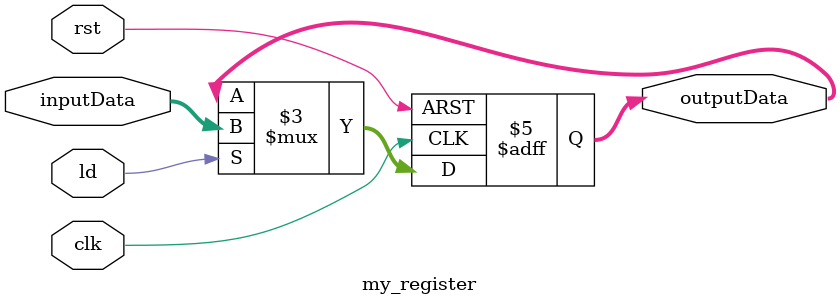
<source format=v>
`timescale 1ns/1ns
module  my_register(
    clk,
    rst,
    ld,
    inputData,
    outputData,
);

    parameter size = 3;

    input clk, rst;
    input ld;
    input [size-1:0]inputData;

    output reg [size - 1:0] outputData;

    always @(posedge clk, posedge rst) begin
        if(rst) begin
            outputData = {size{1'b0}};
        end

        else if (ld) begin
            outputData = inputData;
        end
        
    end

endmodule
</source>
